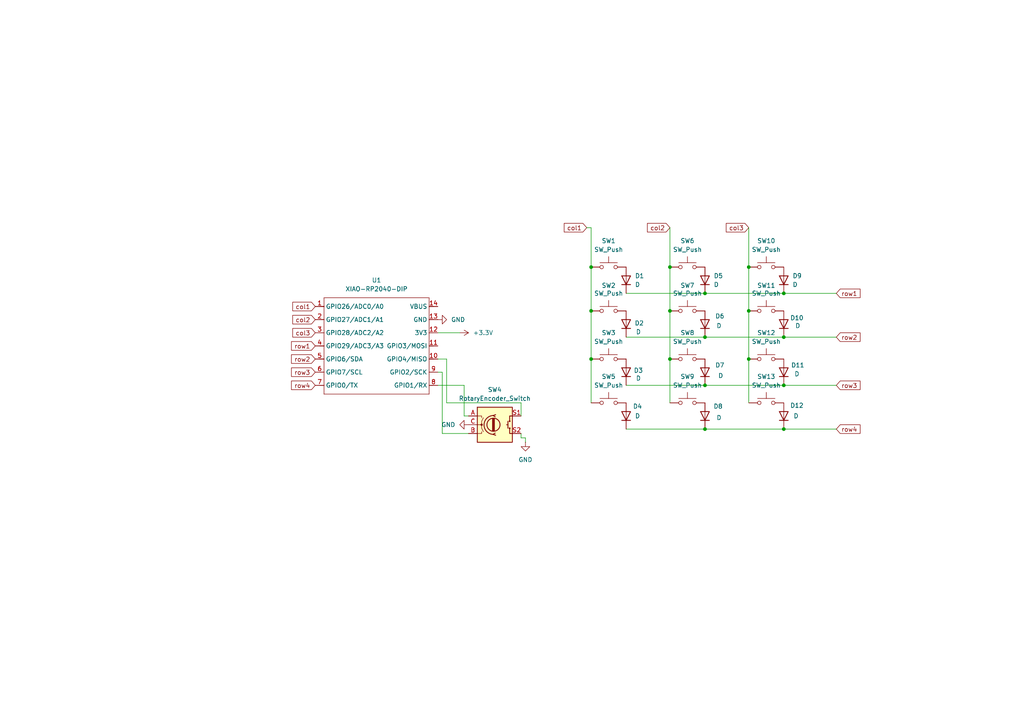
<source format=kicad_sch>
(kicad_sch (version 20231120) (generator "eeschema") (generator_version "8.0")
  (paper "A4")
  (lib_symbols
    (symbol "Device:D" (pin_numbers hide) (pin_names (offset 1.016) hide)
      (property "Reference" "D" (at 0 2.54 0))
      (property "Value" "D" (at 0 -2.54 0))
      (symbol "D_0_1"
        (polyline (pts (xy -1.27 1.27) (xy -1.27 -1.27)) (stroke (width 0.254)))
        (polyline (pts (xy 1.27 0) (xy -1.27 0)))
        (polyline (pts (xy 1.27 1.27) (xy 1.27 -1.27) (xy -1.27 0) (xy 1.27 1.27)) (stroke (width 0.254)))
      )
      (symbol "D_1_1"
        (pin passive line (at -3.81 0 0) (length 2.54) (name "K") (number "1"))
        (pin passive line (at 3.81 0 180) (length 2.54) (name "A") (number "2"))
      )
    )
    (symbol "Device:RotaryEncoder_Switch" (pin_names (offset 0.254) hide)
      (property "Reference" "SW" (at 0 6.604 0))
      (property "Value" "RotaryEncoder_Switch" (at 0 -6.604 0))
      (symbol "RotaryEncoder_Switch_0_1"
        (rectangle (start -5.08 5.08) (end 5.08 -5.08) (stroke (width 0.254)) (fill (type background)))
        (circle (center -3.81 0) (radius 0.254) (fill (type outline)))
        (circle (center -0.381 0) (radius 1.905) (stroke (width 0.254)))
        (arc (start -0.381 2.667) (mid -3.0988 -0.0635) (end -0.381 -2.794) (stroke (width 0.254)))
        (polyline (pts (xy -0.635 -1.778) (xy -0.635 1.778)) (stroke (width 0.254)))
        (polyline (pts (xy -0.381 -1.778) (xy -0.381 1.778)) (stroke (width 0.254)))
        (polyline (pts (xy -0.127 1.778) (xy -0.127 -1.778)) (stroke (width 0.254)))
        (polyline (pts (xy 3.81 0) (xy 3.429 0)) (stroke (width 0.254)))
        (polyline (pts (xy 3.81 1.016) (xy 3.81 -1.016)) (stroke (width 0.254)))
        (polyline (pts (xy -5.08 -2.54) (xy -3.81 -2.54) (xy -3.81 -2.032)))
        (polyline (pts (xy -5.08 2.54) (xy -3.81 2.54) (xy -3.81 2.032)))
        (polyline (pts (xy 0.254 -3.048) (xy -0.508 -2.794) (xy 0.127 -2.413)) (stroke (width 0.254)))
        (polyline (pts (xy 0.254 2.921) (xy -0.508 2.667) (xy 0.127 2.286)) (stroke (width 0.254)))
        (polyline (pts (xy 5.08 -2.54) (xy 4.318 -2.54) (xy 4.318 -1.016)) (stroke (width 0.254)))
        (polyline (pts (xy 5.08 2.54) (xy 4.318 2.54) (xy 4.318 1.016)) (stroke (width 0.254)))
        (polyline (pts (xy -5.08 0) (xy -3.81 0) (xy -3.81 -1.016) (xy -3.302 -2.032)))
        (polyline (pts (xy -4.318 0) (xy -3.81 0) (xy -3.81 1.016) (xy -3.302 2.032)))
        (circle (center 4.318 -1.016) (radius 0.127) (stroke (width 0.254)))
        (circle (center 4.318 1.016) (radius 0.127) (stroke (width 0.254)))
      )
      (symbol "RotaryEncoder_Switch_1_1"
        (pin passive line (at -7.62 2.54 0) (length 2.54) (name "A") (number "A"))
        (pin passive line (at -7.62 -2.54 0) (length 2.54) (name "B") (number "B"))
        (pin passive line (at -7.62 0 0) (length 2.54) (name "C") (number "C"))
        (pin passive line (at 7.62 2.54 180) (length 2.54) (name "S1") (number "S1"))
        (pin passive line (at 7.62 -2.54 180) (length 2.54) (name "S2") (number "S2"))
      )
    )
    (symbol "Seeed_Studio_XIAO_Series:XIAO-RP2040-DIP"
      (property "Reference" "U" (at 0 0 0))
      (property "Value" "XIAO-RP2040-DIP" (at 5.334 -1.778 0))
      (symbol "XIAO-RP2040-DIP_1_0"
        (polyline (pts (xy -1.27 -30.48) (xy -1.27 -16.51)) (stroke (width 0.1524)))
        (polyline (pts (xy -1.27 -27.94) (xy -2.54 -27.94)) (stroke (width 0.1524)))
        (polyline (pts (xy -1.27 -24.13) (xy -2.54 -24.13)) (stroke (width 0.1524)))
        (polyline (pts (xy -1.27 -20.32) (xy -2.54 -20.32)) (stroke (width 0.1524)))
        (polyline (pts (xy -1.27 -16.51) (xy -2.54 -16.51)) (stroke (width 0.1524)))
        (polyline (pts (xy -1.27 -16.51) (xy -1.27 -12.7)) (stroke (width 0.1524)))
        (polyline (pts (xy -1.27 -12.7) (xy -2.54 -12.7)) (stroke (width 0.1524)))
        (polyline (pts (xy -1.27 -12.7) (xy -1.27 -8.89)) (stroke (width 0.1524)))
        (polyline (pts (xy -1.27 -8.89) (xy -2.54 -8.89)) (stroke (width 0.1524)))
        (polyline (pts (xy -1.27 -8.89) (xy -1.27 -5.08)) (stroke (width 0.1524)))
        (polyline (pts (xy -1.27 -5.08) (xy -2.54 -5.08)) (stroke (width 0.1524)))
        (polyline (pts (xy -1.27 -5.08) (xy -1.27 -2.54)) (stroke (width 0.1524)))
        (polyline (pts (xy -1.27 -2.54) (xy 29.21 -2.54)) (stroke (width 0.1524)))
        (polyline (pts (xy 29.21 -30.48) (xy -1.27 -30.48)) (stroke (width 0.1524)))
        (polyline (pts (xy 29.21 -12.7) (xy 29.21 -30.48)) (stroke (width 0.1524)))
        (polyline (pts (xy 29.21 -8.89) (xy 29.21 -12.7)) (stroke (width 0.1524)))
        (polyline (pts (xy 29.21 -5.08) (xy 29.21 -8.89)) (stroke (width 0.1524)))
        (polyline (pts (xy 29.21 -2.54) (xy 29.21 -5.08)) (stroke (width 0.1524)))
        (polyline (pts (xy 30.48 -27.94) (xy 29.21 -27.94)) (stroke (width 0.1524)))
        (polyline (pts (xy 30.48 -24.13) (xy 29.21 -24.13)) (stroke (width 0.1524)))
        (polyline (pts (xy 30.48 -20.32) (xy 29.21 -20.32)) (stroke (width 0.1524)))
        (polyline (pts (xy 30.48 -16.51) (xy 29.21 -16.51)) (stroke (width 0.1524)))
        (polyline (pts (xy 30.48 -12.7) (xy 29.21 -12.7)) (stroke (width 0.1524)))
        (polyline (pts (xy 30.48 -8.89) (xy 29.21 -8.89)) (stroke (width 0.1524)))
        (polyline (pts (xy 30.48 -5.08) (xy 29.21 -5.08)) (stroke (width 0.1524)))
        (pin passive line (at -3.81 -5.08 0) (length 2.54) (name "GPIO26/ADC0/A0") (number "1"))
        (pin passive line (at 31.75 -20.32 180) (length 2.54) (name "GPIO4/MISO") (number "10"))
        (pin passive line (at 31.75 -16.51 180) (length 2.54) (name "GPIO3/MOSI") (number "11"))
        (pin passive line (at 31.75 -12.7 180) (length 2.54) (name "3V3") (number "12"))
        (pin passive line (at 31.75 -8.89 180) (length 2.54) (name "GND") (number "13"))
        (pin passive line (at 31.75 -5.08 180) (length 2.54) (name "VBUS") (number "14"))
        (pin passive line (at -3.81 -8.89 0) (length 2.54) (name "GPIO27/ADC1/A1") (number "2"))
        (pin passive line (at -3.81 -12.7 0) (length 2.54) (name "GPIO28/ADC2/A2") (number "3"))
        (pin passive line (at -3.81 -16.51 0) (length 2.54) (name "GPIO29/ADC3/A3") (number "4"))
        (pin passive line (at -3.81 -20.32 0) (length 2.54) (name "GPIO6/SDA") (number "5"))
        (pin passive line (at -3.81 -24.13 0) (length 2.54) (name "GPIO7/SCL") (number "6"))
        (pin passive line (at -3.81 -27.94 0) (length 2.54) (name "GPIO0/TX") (number "7"))
        (pin passive line (at 31.75 -27.94 180) (length 2.54) (name "GPIO1/RX") (number "8"))
        (pin passive line (at 31.75 -24.13 180) (length 2.54) (name "GPIO2/SCK") (number "9"))
      )
    )
    (symbol "Switch:SW_Push" (pin_numbers hide) (pin_names (offset 1.016) hide)
      (property "Reference" "SW" (at 1.27 2.54 0))
      (property "Value" "SW_Push" (at 0 -1.524 0))
      (symbol "SW_Push_0_1"
        (circle (center -2.032 0) (radius 0.508))
        (polyline (pts (xy 0 1.27) (xy 0 3.048)))
        (polyline (pts (xy 2.54 1.27) (xy -2.54 1.27)))
        (circle (center 2.032 0) (radius 0.508))
        (pin passive line (at -5.08 0 0) (length 2.54) (name "1") (number "1"))
        (pin passive line (at 5.08 0 180) (length 2.54) (name "2") (number "2"))
      )
    )
    (symbol "power:+3.3V" (power) (pin_numbers hide) (pin_names (offset 0) hide)
      (property "Value" "+3.3V" (at 0 3.556 0))
      (symbol "+3.3V_0_1"
        (polyline (pts (xy -0.762 1.27) (xy 0 2.54)))
        (polyline (pts (xy 0 0) (xy 0 2.54)))
        (polyline (pts (xy 0 2.54) (xy 0.762 1.27)))
      )
      (symbol "+3.3V_1_1"
        (pin power_in line (at 0 0 90) (length 0) (name "~") (number "1"))
      )
    )
    (symbol "power:GND" (power) (pin_numbers hide) (pin_names (offset 0) hide)
      (property "Value" "GND" (at 0 -3.81 0))
      (symbol "GND_0_1"
        (polyline (pts (xy 0 0) (xy 0 -1.27) (xy 1.27 -1.27) (xy 0 -2.54) (xy -1.27 -1.27) (xy 0 -1.27)))
      )
      (symbol "GND_1_1"
        (pin power_in line (at 0 0 270) (length 0) (name "~") (number "1"))
      )
    )
  )
  (junction (at 194.31 77.47))
  (junction (at 171.45 77.47))
  (junction (at 194.31 104.14))
  (junction (at 204.47 111.76))
  (junction (at 217.17 90.17))
  (junction (at 217.17 77.47))
  (junction (at 227.33 124.46))
  (junction (at 227.33 97.79))
  (junction (at 227.33 85.09))
  (junction (at 194.31 90.17))
  (junction (at 204.47 97.79))
  (junction (at 217.17 104.14))
  (junction (at 171.45 104.14))
  (junction (at 204.47 85.09))
  (junction (at 227.33 111.76))
  (junction (at 171.45 90.17))
  (junction (at 204.47 124.46))
  (wire (pts (xy 204.47 124.46) (xy 227.33 124.46)))
  (wire (pts (xy 204.47 97.79) (xy 227.33 97.79)))
  (wire (pts (xy 170.18 66.04) (xy 171.45 66.04)))
  (wire (pts (xy 181.61 85.09) (xy 204.47 85.09)))
  (wire (pts (xy 227.33 85.09) (xy 242.57 85.09)))
  (wire (pts (xy 194.31 77.47) (xy 194.31 90.17)))
  (wire (pts (xy 129.54 104.14) (xy 127 104.14)))
  (wire (pts (xy 204.47 111.76) (xy 227.33 111.76)))
  (wire (pts (xy 181.61 97.79) (xy 204.47 97.79)))
  (wire (pts (xy 127 111.76) (xy 134.62 111.76)))
  (wire (pts (xy 151.13 125.73) (xy 151.13 127)))
  (wire (pts (xy 135.89 120.65) (xy 134.62 120.65)))
  (wire (pts (xy 194.31 90.17) (xy 194.31 104.14)))
  (wire (pts (xy 128.27 125.73) (xy 128.27 107.95)))
  (wire (pts (xy 171.45 77.47) (xy 171.45 90.17)))
  (wire (pts (xy 171.45 66.04) (xy 171.45 77.47)))
  (wire (pts (xy 134.62 120.65) (xy 134.62 111.76)))
  (wire (pts (xy 194.31 66.04) (xy 194.31 77.47)))
  (wire (pts (xy 217.17 90.17) (xy 217.17 104.14)))
  (wire (pts (xy 171.45 104.14) (xy 171.45 116.84)))
  (wire (pts (xy 151.13 127) (xy 152.4 127)))
  (wire (pts (xy 152.4 127) (xy 152.4 128.27)))
  (wire (pts (xy 217.17 104.14) (xy 217.17 116.84)))
  (wire (pts (xy 129.54 116.84) (xy 129.54 104.14)))
  (wire (pts (xy 128.27 107.95) (xy 127 107.95)))
  (wire (pts (xy 151.13 116.84) (xy 129.54 116.84)))
  (wire (pts (xy 181.61 111.76) (xy 204.47 111.76)))
  (wire (pts (xy 181.61 124.46) (xy 204.47 124.46)))
  (wire (pts (xy 217.17 77.47) (xy 217.17 90.17)))
  (wire (pts (xy 227.33 97.79) (xy 242.57 97.79)))
  (wire (pts (xy 204.47 85.09) (xy 227.33 85.09)))
  (wire (pts (xy 171.45 90.17) (xy 171.45 104.14)))
  (wire (pts (xy 194.31 104.14) (xy 194.31 116.84)))
  (wire (pts (xy 135.89 125.73) (xy 128.27 125.73)))
  (wire (pts (xy 127 96.52) (xy 133.35 96.52)))
  (wire (pts (xy 227.33 111.76) (xy 242.57 111.76)))
  (wire (pts (xy 151.13 120.65) (xy 151.13 116.84)))
  (wire (pts (xy 227.33 124.46) (xy 242.57 124.46)))
  (wire (pts (xy 217.17 66.04) (xy 217.17 77.47)))
  (global_label "col3" (shape input) (at 91.44 96.52 180) (property "Intersheetrefs" "${INTERSHEET_REFS}" (effects (hide yes))))
  (global_label "col1" (shape input) (at 170.18 66.04 180) (property "Intersheetrefs" "${INTERSHEET_REFS}" (effects (hide yes))))
  (global_label "row2" (shape input) (at 242.57 97.79 0) (property "Intersheetrefs" "${INTERSHEET_REFS}" (effects (hide yes))))
  (global_label "col2" (shape input) (at 91.44 92.71 180) (property "Intersheetrefs" "${INTERSHEET_REFS}" (effects (hide yes))))
  (global_label "row3" (shape input) (at 242.57 111.76 0) (property "Intersheetrefs" "${INTERSHEET_REFS}" (effects (hide yes))))
  (global_label "row4" (shape input) (at 242.57 124.46 0) (property "Intersheetrefs" "${INTERSHEET_REFS}" (effects (hide yes))))
  (global_label "col1" (shape input) (at 91.44 88.9 180) (property "Intersheetrefs" "${INTERSHEET_REFS}" (effects (hide yes))))
  (global_label "col3" (shape input) (at 217.17 66.04 180) (property "Intersheetrefs" "${INTERSHEET_REFS}" (effects (hide yes))))
  (global_label "col2" (shape input) (at 194.31 66.04 180) (property "Intersheetrefs" "${INTERSHEET_REFS}" (effects (hide yes))))
  (global_label "row1" (shape input) (at 242.57 85.09 0) (property "Intersheetrefs" "${INTERSHEET_REFS}" (effects (hide yes))))
  (global_label "row1" (shape input) (at 91.44 100.33 180) (property "Intersheetrefs" "${INTERSHEET_REFS}" (effects (hide yes))))
  (global_label "row4" (shape input) (at 91.44 111.76 180) (property "Intersheetrefs" "${INTERSHEET_REFS}" (effects (hide yes))))
  (global_label "row3" (shape input) (at 91.44 107.95 180) (property "Intersheetrefs" "${INTERSHEET_REFS}" (effects (hide yes))))
  (global_label "row2" (shape input) (at 91.44 104.14 180) (property "Intersheetrefs" "${INTERSHEET_REFS}" (effects (hide yes))))
  (symbol (lib_id "Switch:SW_Push") (at 222.25 116.84 0) (unit 1)
    (property "Reference" "SW13" (at 222.25 109.22 0))
    (property "Value" "SW_Push" (at 222.25 111.76 0))
    (property "Footprint" "Button_Switch_Keyboard:SW_Cherry_MX_1.00u_PCB" (effects (hide yes)))
    (property "Description" "Push button switch, generic, two pins" (effects (hide yes)))
  )
  (symbol (lib_id "Device:RotaryEncoder_Switch") (at 143.51 123.19 0) (unit 1)
    (property "Reference" "SW4" (at 143.51 113.03 0))
    (property "Value" "RotaryEncoder_Switch" (at 143.51 115.57 0))
    (property "Footprint" "Rotary_Encoder:RotaryEncoder_Alps_EC11E-Switch_Vertical_H20mm" (effects (hide yes)))
    (property "Description" "Rotary encoder, dual channel, incremental quadrate outputs, with switch" (effects (hide yes)))
  )
  (symbol (lib_id "Seeed_Studio_XIAO_Series:XIAO-RP2040-DIP") (at 95.25 83.82 0) (unit 1)
    (property "Reference" "U1" (at 109.22 81.28 0))
    (property "Value" "XIAO-RP2040-DIP" (at 109.22 83.82 0))
    (property "Footprint" "Seeed Studio XIAO Series Library:XIAO-RP2040-DIP" (effects (hide yes)))
  )
  (symbol (lib_id "Device:D") (at 181.61 93.98 90) (unit 1)
    (property "Reference" "D2" (at 185.42 93.726 90))
    (property "Value" "D" (at 185.166 96.266 90))
    (property "Footprint" "LED_SMD:LED_SK6812MINI_PLCC4_3.5x3.5mm_P1.75mm" (effects (hide yes)))
    (property "Description" "Diode" (effects (hide yes)))
    (property "Sim.Device" "D" (effects (hide yes)))
    (property "Sim.Pins" "1=K 2=A" (effects (hide yes)))
  )
  (symbol (lib_id "Device:D") (at 227.33 81.28 90) (unit 1)
    (property "Reference" "D9" (at 229.87 80.0099 90) (effects (justify right)))
    (property "Value" "D" (at 229.87 82.5499 90) (effects (justify right)))
    (property "Footprint" "LED_SMD:LED_SK6812MINI_PLCC4_3.5x3.5mm_P1.75mm" (effects (hide yes)))
    (property "Description" "Diode" (effects (hide yes)))
    (property "Sim.Device" "D" (effects (hide yes)))
    (property "Sim.Pins" "1=K 2=A" (effects (hide yes)))
  )
  (symbol (lib_id "Device:D") (at 204.47 93.98 90) (unit 1)
    (property "Reference" "D6" (at 208.788 91.694 90))
    (property "Value" "D" (at 208.534 94.488 90))
    (property "Footprint" "LED_SMD:LED_SK6812MINI_PLCC4_3.5x3.5mm_P1.75mm" (effects (hide yes)))
    (property "Description" "Diode" (effects (hide yes)))
    (property "Sim.Device" "D" (effects (hide yes)))
    (property "Sim.Pins" "1=K 2=A" (effects (hide yes)))
  )
  (symbol (lib_id "Switch:SW_Push") (at 176.53 90.17 0) (unit 1)
    (property "Reference" "SW2" (at 176.53 82.804 0))
    (property "Value" "SW_Push" (at 176.53 85.09 0))
    (property "Footprint" "Button_Switch_Keyboard:SW_Cherry_MX_1.00u_PCB" (effects (hide yes)))
    (property "Description" "Push button switch, generic, two pins" (effects (hide yes)))
  )
  (symbol (lib_id "Switch:SW_Push") (at 222.25 90.17 0) (unit 1)
    (property "Reference" "SW11" (at 222.25 82.804 0))
    (property "Value" "SW_Push" (at 222.25 85.09 0))
    (property "Footprint" "Button_Switch_Keyboard:SW_Cherry_MX_1.00u_PCB" (effects (hide yes)))
    (property "Description" "Push button switch, generic, two pins" (effects (hide yes)))
  )
  (symbol (lib_id "power:GND") (at 152.4 128.27 0) (unit 1)
    (property "Reference" "#PWR01" (effects (hide yes)))
    (property "Value" "GND" (at 152.4 133.35 0))
    (property "Description" "Power symbol creates a global label with name \"GND\" , ground" (effects (hide yes)))
  )
  (symbol (lib_id "Device:D") (at 204.47 81.28 90) (unit 1)
    (property "Reference" "D5" (at 207.01 80.0099 90) (effects (justify right)))
    (property "Value" "D" (at 207.01 82.5499 90) (effects (justify right)))
    (property "Footprint" "LED_SMD:LED_SK6812MINI_PLCC4_3.5x3.5mm_P1.75mm" (effects (hide yes)))
    (property "Description" "Diode" (effects (hide yes)))
    (property "Sim.Device" "D" (effects (hide yes)))
    (property "Sim.Pins" "1=K 2=A" (effects (hide yes)))
  )
  (symbol (lib_id "Switch:SW_Push") (at 199.39 104.14 0) (unit 1)
    (property "Reference" "SW8" (at 199.39 96.52 0))
    (property "Value" "SW_Push" (at 199.39 99.06 0))
    (property "Footprint" "Button_Switch_Keyboard:SW_Cherry_MX_1.00u_PCB" (effects (hide yes)))
    (property "Description" "Push button switch, generic, two pins" (effects (hide yes)))
  )
  (symbol (lib_id "Switch:SW_Push") (at 176.53 104.14 0) (unit 1)
    (property "Reference" "SW3" (at 176.53 96.52 0))
    (property "Value" "SW_Push" (at 176.53 99.06 0))
    (property "Footprint" "Button_Switch_Keyboard:SW_Cherry_MX_1.00u_PCB" (effects (hide yes)))
    (property "Description" "Push button switch, generic, two pins" (effects (hide yes)))
  )
  (symbol (lib_id "Device:D") (at 181.61 81.28 90) (unit 1)
    (property "Reference" "D1" (at 184.15 80.0099 90) (effects (justify right)))
    (property "Value" "D" (at 184.15 82.5499 90) (effects (justify right)))
    (property "Footprint" "LED_SMD:LED_SK6812MINI_PLCC4_3.5x3.5mm_P1.75mm" (effects (hide yes)))
    (property "Description" "Diode" (effects (hide yes)))
    (property "Sim.Device" "D" (effects (hide yes)))
    (property "Sim.Pins" "1=K 2=A" (effects (hide yes)))
  )
  (symbol (lib_id "Switch:SW_Push") (at 199.39 116.84 0) (unit 1)
    (property "Reference" "SW9" (at 199.39 109.22 0))
    (property "Value" "SW_Push" (at 199.39 111.76 0))
    (property "Footprint" "Button_Switch_Keyboard:SW_Cherry_MX_1.00u_PCB" (effects (hide yes)))
    (property "Description" "Push button switch, generic, two pins" (effects (hide yes)))
  )
  (symbol (lib_id "Switch:SW_Push") (at 222.25 104.14 0) (unit 1)
    (property "Reference" "SW12" (at 222.25 96.52 0))
    (property "Value" "SW_Push" (at 222.25 99.06 0))
    (property "Footprint" "Button_Switch_Keyboard:SW_Cherry_MX_1.00u_PCB" (effects (hide yes)))
    (property "Description" "Push button switch, generic, two pins" (effects (hide yes)))
  )
  (symbol (lib_id "Device:D") (at 204.47 120.65 90) (unit 1)
    (property "Reference" "D8" (at 208.28 117.856 90))
    (property "Value" "D" (at 208.534 121.158 90))
    (property "Footprint" "LED_SMD:LED_SK6812MINI_PLCC4_3.5x3.5mm_P1.75mm" (effects (hide yes)))
    (property "Description" "Diode" (effects (hide yes)))
    (property "Sim.Device" "D" (effects (hide yes)))
    (property "Sim.Pins" "1=K 2=A" (effects (hide yes)))
  )
  (symbol (lib_id "power:GND") (at 127 92.71 90) (unit 1)
    (property "Reference" "#PWR04" (effects (hide yes)))
    (property "Value" "GND" (at 130.81 92.7099 90) (effects (justify right)))
    (property "Description" "Power symbol creates a global label with name \"GND\" , ground" (effects (hide yes)))
  )
  (symbol (lib_id "Device:D") (at 181.61 120.65 90) (unit 1)
    (property "Reference" "D4" (at 184.912 117.856 90))
    (property "Value" "D" (at 184.912 120.65 90))
    (property "Footprint" "LED_SMD:LED_SK6812MINI_PLCC4_3.5x3.5mm_P1.75mm" (effects (hide yes)))
    (property "Description" "Diode" (effects (hide yes)))
    (property "Sim.Device" "D" (effects (hide yes)))
    (property "Sim.Pins" "1=K 2=A" (effects (hide yes)))
  )
  (symbol (lib_id "Device:D") (at 227.33 93.98 90) (unit 1)
    (property "Reference" "D10" (at 231.14 92.202 90))
    (property "Value" "D" (at 231.394 94.488 90))
    (property "Footprint" "LED_SMD:LED_SK6812MINI_PLCC4_3.5x3.5mm_P1.75mm" (effects (hide yes)))
    (property "Description" "Diode" (effects (hide yes)))
    (property "Sim.Device" "D" (effects (hide yes)))
    (property "Sim.Pins" "1=K 2=A" (effects (hide yes)))
  )
  (symbol (lib_id "Switch:SW_Push") (at 199.39 77.47 0) (unit 1)
    (property "Reference" "SW6" (at 199.39 69.85 0))
    (property "Value" "SW_Push" (at 199.39 72.39 0))
    (property "Footprint" "Button_Switch_Keyboard:SW_Cherry_MX_1.00u_PCB" (effects (hide yes)))
    (property "Description" "Push button switch, generic, two pins" (effects (hide yes)))
  )
  (symbol (lib_id "Device:D") (at 181.61 107.95 90) (unit 1)
    (property "Reference" "D3" (at 185.166 107.442 90))
    (property "Value" "D" (at 185.166 109.728 90))
    (property "Footprint" "LED_SMD:LED_SK6812MINI_PLCC4_3.5x3.5mm_P1.75mm" (effects (hide yes)))
    (property "Description" "Diode" (effects (hide yes)))
    (property "Sim.Device" "D" (effects (hide yes)))
    (property "Sim.Pins" "1=K 2=A" (effects (hide yes)))
  )
  (symbol (lib_id "Switch:SW_Push") (at 199.39 90.17 0) (unit 1)
    (property "Reference" "SW7" (at 199.39 82.804 0))
    (property "Value" "SW_Push" (at 199.39 85.09 0))
    (property "Footprint" "Button_Switch_Keyboard:SW_Cherry_MX_1.00u_PCB" (effects (hide yes)))
    (property "Description" "Push button switch, generic, two pins" (effects (hide yes)))
  )
  (symbol (lib_id "Switch:SW_Push") (at 222.25 77.47 0) (unit 1)
    (property "Reference" "SW10" (at 222.25 69.85 0))
    (property "Value" "SW_Push" (at 222.25 72.39 0))
    (property "Footprint" "Button_Switch_Keyboard:SW_Cherry_MX_1.00u_PCB" (effects (hide yes)))
    (property "Description" "Push button switch, generic, two pins" (effects (hide yes)))
  )
  (symbol (lib_id "Device:D") (at 204.47 107.95 90) (unit 1)
    (property "Reference" "D7" (at 208.788 105.918 90))
    (property "Value" "D" (at 209.042 108.966 90))
    (property "Footprint" "LED_SMD:LED_SK6812MINI_PLCC4_3.5x3.5mm_P1.75mm" (effects (hide yes)))
    (property "Description" "Diode" (effects (hide yes)))
    (property "Sim.Device" "D" (effects (hide yes)))
    (property "Sim.Pins" "1=K 2=A" (effects (hide yes)))
  )
  (symbol (lib_id "power:+3.3V") (at 133.35 96.52 270) (unit 1)
    (property "Reference" "#PWR02" (effects (hide yes)))
    (property "Value" "+3.3V" (at 137.16 96.5199 90) (effects (justify left)))
    (property "Description" "Power symbol creates a global label with name \"+3.3V\"" (effects (hide yes)))
  )
  (symbol (lib_id "Device:D") (at 227.33 107.95 90) (unit 1)
    (property "Reference" "D11" (at 231.394 105.918 90))
    (property "Value" "D" (at 231.14 108.458 90))
    (property "Footprint" "LED_SMD:LED_SK6812MINI_PLCC4_3.5x3.5mm_P1.75mm" (effects (hide yes)))
    (property "Description" "Diode" (effects (hide yes)))
    (property "Sim.Device" "D" (effects (hide yes)))
    (property "Sim.Pins" "1=K 2=A" (effects (hide yes)))
  )
  (symbol (lib_id "Device:D") (at 227.33 120.65 90) (unit 1)
    (property "Reference" "D12" (at 231.14 117.602 90))
    (property "Value" "D" (at 230.886 120.65 90))
    (property "Footprint" "LED_SMD:LED_SK6812MINI_PLCC4_3.5x3.5mm_P1.75mm" (effects (hide yes)))
    (property "Description" "Diode" (effects (hide yes)))
    (property "Sim.Device" "D" (effects (hide yes)))
    (property "Sim.Pins" "1=K 2=A" (effects (hide yes)))
  )
  (symbol (lib_id "Switch:SW_Push") (at 176.53 116.84 0) (unit 1)
    (property "Reference" "SW5" (at 176.53 109.22 0))
    (property "Value" "SW_Push" (at 176.53 111.76 0))
    (property "Footprint" "Button_Switch_Keyboard:SW_Cherry_MX_1.00u_PCB" (effects (hide yes)))
    (property "Description" "Push button switch, generic, two pins" (effects (hide yes)))
  )
  (symbol (lib_id "power:GND") (at 135.89 123.19 270) (unit 1)
    (property "Reference" "#PWR03" (effects (hide yes)))
    (property "Value" "GND" (at 132.08 123.1899 90) (effects (justify right)))
    (property "Description" "Power symbol creates a global label with name \"GND\" , ground" (effects (hide yes)))
  )
  (symbol (lib_id "Switch:SW_Push") (at 176.53 77.47 0) (unit 1)
    (property "Reference" "SW1" (at 176.53 69.85 0))
    (property "Value" "SW_Push" (at 176.53 72.39 0))
    (property "Footprint" "Button_Switch_Keyboard:SW_Cherry_MX_1.00u_PCB" (effects (hide yes)))
    (property "Description" "Push button switch, generic, two pins" (effects (hide yes)))
  )
)
</source>
